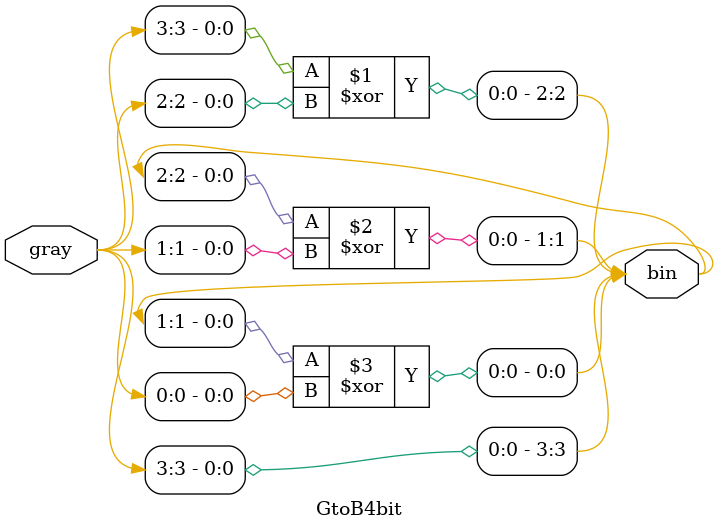
<source format=v>
module GtoB4bit(bin,gray);
	output[3:0]bin;
	input[3:0]gray;
	assign bin[3]=gray[3];
	assign bin[2]=bin[3]^gray[2];
	assign bin[1]=bin[2]^gray[1];
	assign bin[0]=bin[1]^gray[0];
endmodule

</source>
